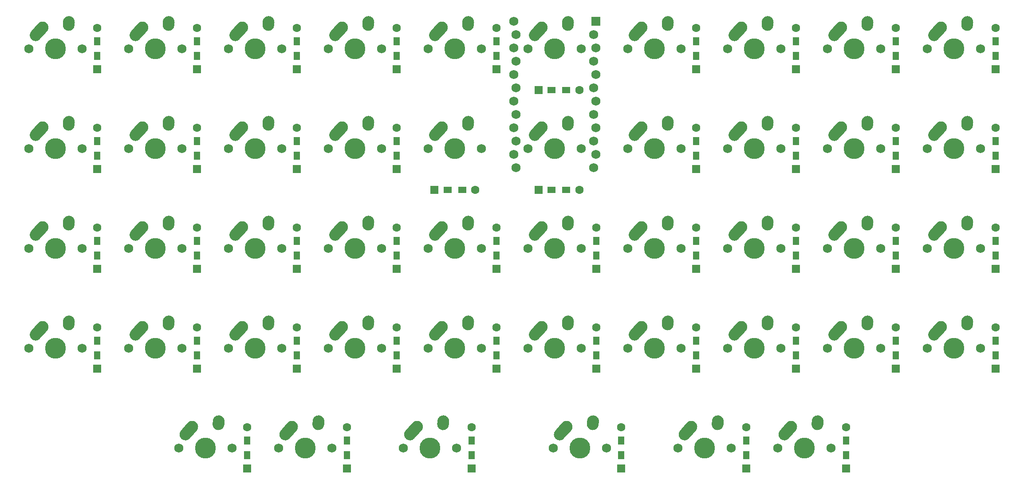
<source format=gbs>
G04 #@! TF.GenerationSoftware,KiCad,Pcbnew,(5.1.12)-1*
G04 #@! TF.CreationDate,2022-09-08T23:58:54-04:00*
G04 #@! TF.ProjectId,my-keeb-pro-micro,6d792d6b-6565-4622-9d70-726f2d6d6963,rev?*
G04 #@! TF.SameCoordinates,Original*
G04 #@! TF.FileFunction,Soldermask,Bot*
G04 #@! TF.FilePolarity,Negative*
%FSLAX46Y46*%
G04 Gerber Fmt 4.6, Leading zero omitted, Abs format (unit mm)*
G04 Created by KiCad (PCBNEW (5.1.12)-1) date 2022-09-08 23:58:54*
%MOMM*%
%LPD*%
G01*
G04 APERTURE LIST*
%ADD10R,1.600000X1.600000*%
%ADD11C,1.600000*%
%ADD12R,1.200000X1.600000*%
%ADD13C,2.250000*%
%ADD14C,3.987800*%
%ADD15C,1.750000*%
%ADD16R,1.752600X1.752600*%
%ADD17C,1.752600*%
%ADD18R,1.600000X1.200000*%
G04 APERTURE END LIST*
D10*
X201612500Y-83275000D03*
D11*
X201612500Y-75475000D03*
D12*
X201612500Y-80775000D03*
X201612500Y-77975000D03*
G36*
G01*
X119898483Y-37897395D02*
X119897597Y-37897334D01*
G75*
G02*
X118852666Y-36697597I77403J1122334D01*
G01*
X118892666Y-36117597D01*
G75*
G02*
X120092403Y-35072666I1122334J-77403D01*
G01*
X120092403Y-35072666D01*
G75*
G02*
X121137334Y-36272403I-77403J-1122334D01*
G01*
X121097334Y-36852403D01*
G75*
G02*
X119897597Y-37897334I-1122334J77403D01*
G01*
G37*
D13*
X120015000Y-36195000D03*
G36*
G01*
X112913688Y-39572350D02*
X112913683Y-39572345D01*
G75*
G02*
X112827655Y-37983683I751317J837345D01*
G01*
X114137657Y-36523683D01*
G75*
G02*
X115726319Y-36437655I837345J-751317D01*
G01*
X115726319Y-36437655D01*
G75*
G02*
X115812347Y-38026317I-751317J-837345D01*
G01*
X114502345Y-39486317D01*
G75*
G02*
X112913683Y-39572345I-837345J751317D01*
G01*
G37*
D14*
X117475000Y-41275000D03*
D13*
X114975000Y-37275000D03*
D15*
X112395000Y-41275000D03*
X122555000Y-41275000D03*
G36*
G01*
X124660983Y-95047395D02*
X124660097Y-95047334D01*
G75*
G02*
X123615166Y-93847597I77403J1122334D01*
G01*
X123655166Y-93267597D01*
G75*
G02*
X124854903Y-92222666I1122334J-77403D01*
G01*
X124854903Y-92222666D01*
G75*
G02*
X125899834Y-93422403I-77403J-1122334D01*
G01*
X125859834Y-94002403D01*
G75*
G02*
X124660097Y-95047334I-1122334J77403D01*
G01*
G37*
D13*
X124777500Y-93345000D03*
G36*
G01*
X117676188Y-96722350D02*
X117676183Y-96722345D01*
G75*
G02*
X117590155Y-95133683I751317J837345D01*
G01*
X118900157Y-93673683D01*
G75*
G02*
X120488819Y-93587655I837345J-751317D01*
G01*
X120488819Y-93587655D01*
G75*
G02*
X120574847Y-95176317I-751317J-837345D01*
G01*
X119264845Y-96636317D01*
G75*
G02*
X117676183Y-96722345I-837345J751317D01*
G01*
G37*
D14*
X122237500Y-98425000D03*
D13*
X119737500Y-94425000D03*
D15*
X117157500Y-98425000D03*
X127317500Y-98425000D03*
D16*
X125323600Y-16986250D03*
D17*
X124866400Y-19526250D03*
X125323600Y-22066250D03*
X124866400Y-24606250D03*
X125323600Y-27146250D03*
X124866400Y-29686250D03*
X125323600Y-32226250D03*
X124866400Y-34766250D03*
X125323600Y-37306250D03*
X124866400Y-39846250D03*
X125323600Y-42386250D03*
X110083600Y-44926250D03*
X109626400Y-42386250D03*
X110083600Y-39846250D03*
X109626400Y-37306250D03*
X110083600Y-34766250D03*
X109626400Y-32226250D03*
X110083600Y-29686250D03*
X109626400Y-27146250D03*
X110083600Y-24606250D03*
X109626400Y-22066250D03*
X110083600Y-19526250D03*
X124866400Y-44926250D03*
X109626400Y-16986250D03*
G36*
G01*
X196098483Y-75997395D02*
X196097597Y-75997334D01*
G75*
G02*
X195052666Y-74797597I77403J1122334D01*
G01*
X195092666Y-74217597D01*
G75*
G02*
X196292403Y-73172666I1122334J-77403D01*
G01*
X196292403Y-73172666D01*
G75*
G02*
X197337334Y-74372403I-77403J-1122334D01*
G01*
X197297334Y-74952403D01*
G75*
G02*
X196097597Y-75997334I-1122334J77403D01*
G01*
G37*
D13*
X196215000Y-74295000D03*
G36*
G01*
X189113688Y-77672350D02*
X189113683Y-77672345D01*
G75*
G02*
X189027655Y-76083683I751317J837345D01*
G01*
X190337657Y-74623683D01*
G75*
G02*
X191926319Y-74537655I837345J-751317D01*
G01*
X191926319Y-74537655D01*
G75*
G02*
X192012347Y-76126317I-751317J-837345D01*
G01*
X190702345Y-77586317D01*
G75*
G02*
X189113683Y-77672345I-837345J751317D01*
G01*
G37*
D14*
X193675000Y-79375000D03*
D13*
X191175000Y-75375000D03*
D15*
X188595000Y-79375000D03*
X198755000Y-79375000D03*
G36*
G01*
X196098483Y-56947395D02*
X196097597Y-56947334D01*
G75*
G02*
X195052666Y-55747597I77403J1122334D01*
G01*
X195092666Y-55167597D01*
G75*
G02*
X196292403Y-54122666I1122334J-77403D01*
G01*
X196292403Y-54122666D01*
G75*
G02*
X197337334Y-55322403I-77403J-1122334D01*
G01*
X197297334Y-55902403D01*
G75*
G02*
X196097597Y-56947334I-1122334J77403D01*
G01*
G37*
D13*
X196215000Y-55245000D03*
G36*
G01*
X189113688Y-58622350D02*
X189113683Y-58622345D01*
G75*
G02*
X189027655Y-57033683I751317J837345D01*
G01*
X190337657Y-55573683D01*
G75*
G02*
X191926319Y-55487655I837345J-751317D01*
G01*
X191926319Y-55487655D01*
G75*
G02*
X192012347Y-57076317I-751317J-837345D01*
G01*
X190702345Y-58536317D01*
G75*
G02*
X189113683Y-58622345I-837345J751317D01*
G01*
G37*
D14*
X193675000Y-60325000D03*
D13*
X191175000Y-56325000D03*
D15*
X188595000Y-60325000D03*
X198755000Y-60325000D03*
G36*
G01*
X196098483Y-37897395D02*
X196097597Y-37897334D01*
G75*
G02*
X195052666Y-36697597I77403J1122334D01*
G01*
X195092666Y-36117597D01*
G75*
G02*
X196292403Y-35072666I1122334J-77403D01*
G01*
X196292403Y-35072666D01*
G75*
G02*
X197337334Y-36272403I-77403J-1122334D01*
G01*
X197297334Y-36852403D01*
G75*
G02*
X196097597Y-37897334I-1122334J77403D01*
G01*
G37*
D13*
X196215000Y-36195000D03*
G36*
G01*
X189113688Y-39572350D02*
X189113683Y-39572345D01*
G75*
G02*
X189027655Y-37983683I751317J837345D01*
G01*
X190337657Y-36523683D01*
G75*
G02*
X191926319Y-36437655I837345J-751317D01*
G01*
X191926319Y-36437655D01*
G75*
G02*
X192012347Y-38026317I-751317J-837345D01*
G01*
X190702345Y-39486317D01*
G75*
G02*
X189113683Y-39572345I-837345J751317D01*
G01*
G37*
D14*
X193675000Y-41275000D03*
D13*
X191175000Y-37275000D03*
D15*
X188595000Y-41275000D03*
X198755000Y-41275000D03*
G36*
G01*
X196098483Y-18847395D02*
X196097597Y-18847334D01*
G75*
G02*
X195052666Y-17647597I77403J1122334D01*
G01*
X195092666Y-17067597D01*
G75*
G02*
X196292403Y-16022666I1122334J-77403D01*
G01*
X196292403Y-16022666D01*
G75*
G02*
X197337334Y-17222403I-77403J-1122334D01*
G01*
X197297334Y-17802403D01*
G75*
G02*
X196097597Y-18847334I-1122334J77403D01*
G01*
G37*
D13*
X196215000Y-17145000D03*
G36*
G01*
X189113688Y-20522350D02*
X189113683Y-20522345D01*
G75*
G02*
X189027655Y-18933683I751317J837345D01*
G01*
X190337657Y-17473683D01*
G75*
G02*
X191926319Y-17387655I837345J-751317D01*
G01*
X191926319Y-17387655D01*
G75*
G02*
X192012347Y-18976317I-751317J-837345D01*
G01*
X190702345Y-20436317D01*
G75*
G02*
X189113683Y-20522345I-837345J751317D01*
G01*
G37*
D14*
X193675000Y-22225000D03*
D13*
X191175000Y-18225000D03*
D15*
X188595000Y-22225000D03*
X198755000Y-22225000D03*
G36*
G01*
X177048483Y-75997395D02*
X177047597Y-75997334D01*
G75*
G02*
X176002666Y-74797597I77403J1122334D01*
G01*
X176042666Y-74217597D01*
G75*
G02*
X177242403Y-73172666I1122334J-77403D01*
G01*
X177242403Y-73172666D01*
G75*
G02*
X178287334Y-74372403I-77403J-1122334D01*
G01*
X178247334Y-74952403D01*
G75*
G02*
X177047597Y-75997334I-1122334J77403D01*
G01*
G37*
D13*
X177165000Y-74295000D03*
G36*
G01*
X170063688Y-77672350D02*
X170063683Y-77672345D01*
G75*
G02*
X169977655Y-76083683I751317J837345D01*
G01*
X171287657Y-74623683D01*
G75*
G02*
X172876319Y-74537655I837345J-751317D01*
G01*
X172876319Y-74537655D01*
G75*
G02*
X172962347Y-76126317I-751317J-837345D01*
G01*
X171652345Y-77586317D01*
G75*
G02*
X170063683Y-77672345I-837345J751317D01*
G01*
G37*
D14*
X174625000Y-79375000D03*
D13*
X172125000Y-75375000D03*
D15*
X169545000Y-79375000D03*
X179705000Y-79375000D03*
G36*
G01*
X177048483Y-56947395D02*
X177047597Y-56947334D01*
G75*
G02*
X176002666Y-55747597I77403J1122334D01*
G01*
X176042666Y-55167597D01*
G75*
G02*
X177242403Y-54122666I1122334J-77403D01*
G01*
X177242403Y-54122666D01*
G75*
G02*
X178287334Y-55322403I-77403J-1122334D01*
G01*
X178247334Y-55902403D01*
G75*
G02*
X177047597Y-56947334I-1122334J77403D01*
G01*
G37*
D13*
X177165000Y-55245000D03*
G36*
G01*
X170063688Y-58622350D02*
X170063683Y-58622345D01*
G75*
G02*
X169977655Y-57033683I751317J837345D01*
G01*
X171287657Y-55573683D01*
G75*
G02*
X172876319Y-55487655I837345J-751317D01*
G01*
X172876319Y-55487655D01*
G75*
G02*
X172962347Y-57076317I-751317J-837345D01*
G01*
X171652345Y-58536317D01*
G75*
G02*
X170063683Y-58622345I-837345J751317D01*
G01*
G37*
D14*
X174625000Y-60325000D03*
D13*
X172125000Y-56325000D03*
D15*
X169545000Y-60325000D03*
X179705000Y-60325000D03*
G36*
G01*
X177048483Y-37897395D02*
X177047597Y-37897334D01*
G75*
G02*
X176002666Y-36697597I77403J1122334D01*
G01*
X176042666Y-36117597D01*
G75*
G02*
X177242403Y-35072666I1122334J-77403D01*
G01*
X177242403Y-35072666D01*
G75*
G02*
X178287334Y-36272403I-77403J-1122334D01*
G01*
X178247334Y-36852403D01*
G75*
G02*
X177047597Y-37897334I-1122334J77403D01*
G01*
G37*
D13*
X177165000Y-36195000D03*
G36*
G01*
X170063688Y-39572350D02*
X170063683Y-39572345D01*
G75*
G02*
X169977655Y-37983683I751317J837345D01*
G01*
X171287657Y-36523683D01*
G75*
G02*
X172876319Y-36437655I837345J-751317D01*
G01*
X172876319Y-36437655D01*
G75*
G02*
X172962347Y-38026317I-751317J-837345D01*
G01*
X171652345Y-39486317D01*
G75*
G02*
X170063683Y-39572345I-837345J751317D01*
G01*
G37*
D14*
X174625000Y-41275000D03*
D13*
X172125000Y-37275000D03*
D15*
X169545000Y-41275000D03*
X179705000Y-41275000D03*
G36*
G01*
X177048483Y-18847395D02*
X177047597Y-18847334D01*
G75*
G02*
X176002666Y-17647597I77403J1122334D01*
G01*
X176042666Y-17067597D01*
G75*
G02*
X177242403Y-16022666I1122334J-77403D01*
G01*
X177242403Y-16022666D01*
G75*
G02*
X178287334Y-17222403I-77403J-1122334D01*
G01*
X178247334Y-17802403D01*
G75*
G02*
X177047597Y-18847334I-1122334J77403D01*
G01*
G37*
D13*
X177165000Y-17145000D03*
G36*
G01*
X170063688Y-20522350D02*
X170063683Y-20522345D01*
G75*
G02*
X169977655Y-18933683I751317J837345D01*
G01*
X171287657Y-17473683D01*
G75*
G02*
X172876319Y-17387655I837345J-751317D01*
G01*
X172876319Y-17387655D01*
G75*
G02*
X172962347Y-18976317I-751317J-837345D01*
G01*
X171652345Y-20436317D01*
G75*
G02*
X170063683Y-20522345I-837345J751317D01*
G01*
G37*
D14*
X174625000Y-22225000D03*
D13*
X172125000Y-18225000D03*
D15*
X169545000Y-22225000D03*
X179705000Y-22225000D03*
G36*
G01*
X167523483Y-95047395D02*
X167522597Y-95047334D01*
G75*
G02*
X166477666Y-93847597I77403J1122334D01*
G01*
X166517666Y-93267597D01*
G75*
G02*
X167717403Y-92222666I1122334J-77403D01*
G01*
X167717403Y-92222666D01*
G75*
G02*
X168762334Y-93422403I-77403J-1122334D01*
G01*
X168722334Y-94002403D01*
G75*
G02*
X167522597Y-95047334I-1122334J77403D01*
G01*
G37*
D13*
X167640000Y-93345000D03*
G36*
G01*
X160538688Y-96722350D02*
X160538683Y-96722345D01*
G75*
G02*
X160452655Y-95133683I751317J837345D01*
G01*
X161762657Y-93673683D01*
G75*
G02*
X163351319Y-93587655I837345J-751317D01*
G01*
X163351319Y-93587655D01*
G75*
G02*
X163437347Y-95176317I-751317J-837345D01*
G01*
X162127345Y-96636317D01*
G75*
G02*
X160538683Y-96722345I-837345J751317D01*
G01*
G37*
D14*
X165100000Y-98425000D03*
D13*
X162600000Y-94425000D03*
D15*
X160020000Y-98425000D03*
X170180000Y-98425000D03*
G36*
G01*
X157998483Y-75997395D02*
X157997597Y-75997334D01*
G75*
G02*
X156952666Y-74797597I77403J1122334D01*
G01*
X156992666Y-74217597D01*
G75*
G02*
X158192403Y-73172666I1122334J-77403D01*
G01*
X158192403Y-73172666D01*
G75*
G02*
X159237334Y-74372403I-77403J-1122334D01*
G01*
X159197334Y-74952403D01*
G75*
G02*
X157997597Y-75997334I-1122334J77403D01*
G01*
G37*
D13*
X158115000Y-74295000D03*
G36*
G01*
X151013688Y-77672350D02*
X151013683Y-77672345D01*
G75*
G02*
X150927655Y-76083683I751317J837345D01*
G01*
X152237657Y-74623683D01*
G75*
G02*
X153826319Y-74537655I837345J-751317D01*
G01*
X153826319Y-74537655D01*
G75*
G02*
X153912347Y-76126317I-751317J-837345D01*
G01*
X152602345Y-77586317D01*
G75*
G02*
X151013683Y-77672345I-837345J751317D01*
G01*
G37*
D14*
X155575000Y-79375000D03*
D13*
X153075000Y-75375000D03*
D15*
X150495000Y-79375000D03*
X160655000Y-79375000D03*
G36*
G01*
X157998483Y-56947395D02*
X157997597Y-56947334D01*
G75*
G02*
X156952666Y-55747597I77403J1122334D01*
G01*
X156992666Y-55167597D01*
G75*
G02*
X158192403Y-54122666I1122334J-77403D01*
G01*
X158192403Y-54122666D01*
G75*
G02*
X159237334Y-55322403I-77403J-1122334D01*
G01*
X159197334Y-55902403D01*
G75*
G02*
X157997597Y-56947334I-1122334J77403D01*
G01*
G37*
D13*
X158115000Y-55245000D03*
G36*
G01*
X151013688Y-58622350D02*
X151013683Y-58622345D01*
G75*
G02*
X150927655Y-57033683I751317J837345D01*
G01*
X152237657Y-55573683D01*
G75*
G02*
X153826319Y-55487655I837345J-751317D01*
G01*
X153826319Y-55487655D01*
G75*
G02*
X153912347Y-57076317I-751317J-837345D01*
G01*
X152602345Y-58536317D01*
G75*
G02*
X151013683Y-58622345I-837345J751317D01*
G01*
G37*
D14*
X155575000Y-60325000D03*
D13*
X153075000Y-56325000D03*
D15*
X150495000Y-60325000D03*
X160655000Y-60325000D03*
G36*
G01*
X157998483Y-37897395D02*
X157997597Y-37897334D01*
G75*
G02*
X156952666Y-36697597I77403J1122334D01*
G01*
X156992666Y-36117597D01*
G75*
G02*
X158192403Y-35072666I1122334J-77403D01*
G01*
X158192403Y-35072666D01*
G75*
G02*
X159237334Y-36272403I-77403J-1122334D01*
G01*
X159197334Y-36852403D01*
G75*
G02*
X157997597Y-37897334I-1122334J77403D01*
G01*
G37*
D13*
X158115000Y-36195000D03*
G36*
G01*
X151013688Y-39572350D02*
X151013683Y-39572345D01*
G75*
G02*
X150927655Y-37983683I751317J837345D01*
G01*
X152237657Y-36523683D01*
G75*
G02*
X153826319Y-36437655I837345J-751317D01*
G01*
X153826319Y-36437655D01*
G75*
G02*
X153912347Y-38026317I-751317J-837345D01*
G01*
X152602345Y-39486317D01*
G75*
G02*
X151013683Y-39572345I-837345J751317D01*
G01*
G37*
D14*
X155575000Y-41275000D03*
D13*
X153075000Y-37275000D03*
D15*
X150495000Y-41275000D03*
X160655000Y-41275000D03*
G36*
G01*
X157998483Y-18847395D02*
X157997597Y-18847334D01*
G75*
G02*
X156952666Y-17647597I77403J1122334D01*
G01*
X156992666Y-17067597D01*
G75*
G02*
X158192403Y-16022666I1122334J-77403D01*
G01*
X158192403Y-16022666D01*
G75*
G02*
X159237334Y-17222403I-77403J-1122334D01*
G01*
X159197334Y-17802403D01*
G75*
G02*
X157997597Y-18847334I-1122334J77403D01*
G01*
G37*
D13*
X158115000Y-17145000D03*
G36*
G01*
X151013688Y-20522350D02*
X151013683Y-20522345D01*
G75*
G02*
X150927655Y-18933683I751317J837345D01*
G01*
X152237657Y-17473683D01*
G75*
G02*
X153826319Y-17387655I837345J-751317D01*
G01*
X153826319Y-17387655D01*
G75*
G02*
X153912347Y-18976317I-751317J-837345D01*
G01*
X152602345Y-20436317D01*
G75*
G02*
X151013683Y-20522345I-837345J751317D01*
G01*
G37*
D14*
X155575000Y-22225000D03*
D13*
X153075000Y-18225000D03*
D15*
X150495000Y-22225000D03*
X160655000Y-22225000D03*
G36*
G01*
X148473483Y-95047395D02*
X148472597Y-95047334D01*
G75*
G02*
X147427666Y-93847597I77403J1122334D01*
G01*
X147467666Y-93267597D01*
G75*
G02*
X148667403Y-92222666I1122334J-77403D01*
G01*
X148667403Y-92222666D01*
G75*
G02*
X149712334Y-93422403I-77403J-1122334D01*
G01*
X149672334Y-94002403D01*
G75*
G02*
X148472597Y-95047334I-1122334J77403D01*
G01*
G37*
D13*
X148590000Y-93345000D03*
G36*
G01*
X141488688Y-96722350D02*
X141488683Y-96722345D01*
G75*
G02*
X141402655Y-95133683I751317J837345D01*
G01*
X142712657Y-93673683D01*
G75*
G02*
X144301319Y-93587655I837345J-751317D01*
G01*
X144301319Y-93587655D01*
G75*
G02*
X144387347Y-95176317I-751317J-837345D01*
G01*
X143077345Y-96636317D01*
G75*
G02*
X141488683Y-96722345I-837345J751317D01*
G01*
G37*
D14*
X146050000Y-98425000D03*
D13*
X143550000Y-94425000D03*
D15*
X140970000Y-98425000D03*
X151130000Y-98425000D03*
G36*
G01*
X138948483Y-75997395D02*
X138947597Y-75997334D01*
G75*
G02*
X137902666Y-74797597I77403J1122334D01*
G01*
X137942666Y-74217597D01*
G75*
G02*
X139142403Y-73172666I1122334J-77403D01*
G01*
X139142403Y-73172666D01*
G75*
G02*
X140187334Y-74372403I-77403J-1122334D01*
G01*
X140147334Y-74952403D01*
G75*
G02*
X138947597Y-75997334I-1122334J77403D01*
G01*
G37*
D13*
X139065000Y-74295000D03*
G36*
G01*
X131963688Y-77672350D02*
X131963683Y-77672345D01*
G75*
G02*
X131877655Y-76083683I751317J837345D01*
G01*
X133187657Y-74623683D01*
G75*
G02*
X134776319Y-74537655I837345J-751317D01*
G01*
X134776319Y-74537655D01*
G75*
G02*
X134862347Y-76126317I-751317J-837345D01*
G01*
X133552345Y-77586317D01*
G75*
G02*
X131963683Y-77672345I-837345J751317D01*
G01*
G37*
D14*
X136525000Y-79375000D03*
D13*
X134025000Y-75375000D03*
D15*
X131445000Y-79375000D03*
X141605000Y-79375000D03*
G36*
G01*
X138948483Y-56947395D02*
X138947597Y-56947334D01*
G75*
G02*
X137902666Y-55747597I77403J1122334D01*
G01*
X137942666Y-55167597D01*
G75*
G02*
X139142403Y-54122666I1122334J-77403D01*
G01*
X139142403Y-54122666D01*
G75*
G02*
X140187334Y-55322403I-77403J-1122334D01*
G01*
X140147334Y-55902403D01*
G75*
G02*
X138947597Y-56947334I-1122334J77403D01*
G01*
G37*
D13*
X139065000Y-55245000D03*
G36*
G01*
X131963688Y-58622350D02*
X131963683Y-58622345D01*
G75*
G02*
X131877655Y-57033683I751317J837345D01*
G01*
X133187657Y-55573683D01*
G75*
G02*
X134776319Y-55487655I837345J-751317D01*
G01*
X134776319Y-55487655D01*
G75*
G02*
X134862347Y-57076317I-751317J-837345D01*
G01*
X133552345Y-58536317D01*
G75*
G02*
X131963683Y-58622345I-837345J751317D01*
G01*
G37*
D14*
X136525000Y-60325000D03*
D13*
X134025000Y-56325000D03*
D15*
X131445000Y-60325000D03*
X141605000Y-60325000D03*
G36*
G01*
X138948483Y-37897395D02*
X138947597Y-37897334D01*
G75*
G02*
X137902666Y-36697597I77403J1122334D01*
G01*
X137942666Y-36117597D01*
G75*
G02*
X139142403Y-35072666I1122334J-77403D01*
G01*
X139142403Y-35072666D01*
G75*
G02*
X140187334Y-36272403I-77403J-1122334D01*
G01*
X140147334Y-36852403D01*
G75*
G02*
X138947597Y-37897334I-1122334J77403D01*
G01*
G37*
D13*
X139065000Y-36195000D03*
G36*
G01*
X131963688Y-39572350D02*
X131963683Y-39572345D01*
G75*
G02*
X131877655Y-37983683I751317J837345D01*
G01*
X133187657Y-36523683D01*
G75*
G02*
X134776319Y-36437655I837345J-751317D01*
G01*
X134776319Y-36437655D01*
G75*
G02*
X134862347Y-38026317I-751317J-837345D01*
G01*
X133552345Y-39486317D01*
G75*
G02*
X131963683Y-39572345I-837345J751317D01*
G01*
G37*
D14*
X136525000Y-41275000D03*
D13*
X134025000Y-37275000D03*
D15*
X131445000Y-41275000D03*
X141605000Y-41275000D03*
G36*
G01*
X138948483Y-18847395D02*
X138947597Y-18847334D01*
G75*
G02*
X137902666Y-17647597I77403J1122334D01*
G01*
X137942666Y-17067597D01*
G75*
G02*
X139142403Y-16022666I1122334J-77403D01*
G01*
X139142403Y-16022666D01*
G75*
G02*
X140187334Y-17222403I-77403J-1122334D01*
G01*
X140147334Y-17802403D01*
G75*
G02*
X138947597Y-18847334I-1122334J77403D01*
G01*
G37*
D13*
X139065000Y-17145000D03*
G36*
G01*
X131963688Y-20522350D02*
X131963683Y-20522345D01*
G75*
G02*
X131877655Y-18933683I751317J837345D01*
G01*
X133187657Y-17473683D01*
G75*
G02*
X134776319Y-17387655I837345J-751317D01*
G01*
X134776319Y-17387655D01*
G75*
G02*
X134862347Y-18976317I-751317J-837345D01*
G01*
X133552345Y-20436317D01*
G75*
G02*
X131963683Y-20522345I-837345J751317D01*
G01*
G37*
D14*
X136525000Y-22225000D03*
D13*
X134025000Y-18225000D03*
D15*
X131445000Y-22225000D03*
X141605000Y-22225000D03*
G36*
G01*
X119898483Y-75997395D02*
X119897597Y-75997334D01*
G75*
G02*
X118852666Y-74797597I77403J1122334D01*
G01*
X118892666Y-74217597D01*
G75*
G02*
X120092403Y-73172666I1122334J-77403D01*
G01*
X120092403Y-73172666D01*
G75*
G02*
X121137334Y-74372403I-77403J-1122334D01*
G01*
X121097334Y-74952403D01*
G75*
G02*
X119897597Y-75997334I-1122334J77403D01*
G01*
G37*
D13*
X120015000Y-74295000D03*
G36*
G01*
X112913688Y-77672350D02*
X112913683Y-77672345D01*
G75*
G02*
X112827655Y-76083683I751317J837345D01*
G01*
X114137657Y-74623683D01*
G75*
G02*
X115726319Y-74537655I837345J-751317D01*
G01*
X115726319Y-74537655D01*
G75*
G02*
X115812347Y-76126317I-751317J-837345D01*
G01*
X114502345Y-77586317D01*
G75*
G02*
X112913683Y-77672345I-837345J751317D01*
G01*
G37*
D14*
X117475000Y-79375000D03*
D13*
X114975000Y-75375000D03*
D15*
X112395000Y-79375000D03*
X122555000Y-79375000D03*
G36*
G01*
X119898483Y-56947395D02*
X119897597Y-56947334D01*
G75*
G02*
X118852666Y-55747597I77403J1122334D01*
G01*
X118892666Y-55167597D01*
G75*
G02*
X120092403Y-54122666I1122334J-77403D01*
G01*
X120092403Y-54122666D01*
G75*
G02*
X121137334Y-55322403I-77403J-1122334D01*
G01*
X121097334Y-55902403D01*
G75*
G02*
X119897597Y-56947334I-1122334J77403D01*
G01*
G37*
D13*
X120015000Y-55245000D03*
G36*
G01*
X112913688Y-58622350D02*
X112913683Y-58622345D01*
G75*
G02*
X112827655Y-57033683I751317J837345D01*
G01*
X114137657Y-55573683D01*
G75*
G02*
X115726319Y-55487655I837345J-751317D01*
G01*
X115726319Y-55487655D01*
G75*
G02*
X115812347Y-57076317I-751317J-837345D01*
G01*
X114502345Y-58536317D01*
G75*
G02*
X112913683Y-58622345I-837345J751317D01*
G01*
G37*
D14*
X117475000Y-60325000D03*
D13*
X114975000Y-56325000D03*
D15*
X112395000Y-60325000D03*
X122555000Y-60325000D03*
G36*
G01*
X119898483Y-18847395D02*
X119897597Y-18847334D01*
G75*
G02*
X118852666Y-17647597I77403J1122334D01*
G01*
X118892666Y-17067597D01*
G75*
G02*
X120092403Y-16022666I1122334J-77403D01*
G01*
X120092403Y-16022666D01*
G75*
G02*
X121137334Y-17222403I-77403J-1122334D01*
G01*
X121097334Y-17802403D01*
G75*
G02*
X119897597Y-18847334I-1122334J77403D01*
G01*
G37*
D13*
X120015000Y-17145000D03*
G36*
G01*
X112913688Y-20522350D02*
X112913683Y-20522345D01*
G75*
G02*
X112827655Y-18933683I751317J837345D01*
G01*
X114137657Y-17473683D01*
G75*
G02*
X115726319Y-17387655I837345J-751317D01*
G01*
X115726319Y-17387655D01*
G75*
G02*
X115812347Y-18976317I-751317J-837345D01*
G01*
X114502345Y-20436317D01*
G75*
G02*
X112913683Y-20522345I-837345J751317D01*
G01*
G37*
D14*
X117475000Y-22225000D03*
D13*
X114975000Y-18225000D03*
D15*
X112395000Y-22225000D03*
X122555000Y-22225000D03*
G36*
G01*
X96085983Y-95047395D02*
X96085097Y-95047334D01*
G75*
G02*
X95040166Y-93847597I77403J1122334D01*
G01*
X95080166Y-93267597D01*
G75*
G02*
X96279903Y-92222666I1122334J-77403D01*
G01*
X96279903Y-92222666D01*
G75*
G02*
X97324834Y-93422403I-77403J-1122334D01*
G01*
X97284834Y-94002403D01*
G75*
G02*
X96085097Y-95047334I-1122334J77403D01*
G01*
G37*
D13*
X96202500Y-93345000D03*
G36*
G01*
X89101188Y-96722350D02*
X89101183Y-96722345D01*
G75*
G02*
X89015155Y-95133683I751317J837345D01*
G01*
X90325157Y-93673683D01*
G75*
G02*
X91913819Y-93587655I837345J-751317D01*
G01*
X91913819Y-93587655D01*
G75*
G02*
X91999847Y-95176317I-751317J-837345D01*
G01*
X90689845Y-96636317D01*
G75*
G02*
X89101183Y-96722345I-837345J751317D01*
G01*
G37*
D14*
X93662500Y-98425000D03*
D13*
X91162500Y-94425000D03*
D15*
X88582500Y-98425000D03*
X98742500Y-98425000D03*
G36*
G01*
X100848483Y-75997395D02*
X100847597Y-75997334D01*
G75*
G02*
X99802666Y-74797597I77403J1122334D01*
G01*
X99842666Y-74217597D01*
G75*
G02*
X101042403Y-73172666I1122334J-77403D01*
G01*
X101042403Y-73172666D01*
G75*
G02*
X102087334Y-74372403I-77403J-1122334D01*
G01*
X102047334Y-74952403D01*
G75*
G02*
X100847597Y-75997334I-1122334J77403D01*
G01*
G37*
D13*
X100965000Y-74295000D03*
G36*
G01*
X93863688Y-77672350D02*
X93863683Y-77672345D01*
G75*
G02*
X93777655Y-76083683I751317J837345D01*
G01*
X95087657Y-74623683D01*
G75*
G02*
X96676319Y-74537655I837345J-751317D01*
G01*
X96676319Y-74537655D01*
G75*
G02*
X96762347Y-76126317I-751317J-837345D01*
G01*
X95452345Y-77586317D01*
G75*
G02*
X93863683Y-77672345I-837345J751317D01*
G01*
G37*
D14*
X98425000Y-79375000D03*
D13*
X95925000Y-75375000D03*
D15*
X93345000Y-79375000D03*
X103505000Y-79375000D03*
G36*
G01*
X100848483Y-56947395D02*
X100847597Y-56947334D01*
G75*
G02*
X99802666Y-55747597I77403J1122334D01*
G01*
X99842666Y-55167597D01*
G75*
G02*
X101042403Y-54122666I1122334J-77403D01*
G01*
X101042403Y-54122666D01*
G75*
G02*
X102087334Y-55322403I-77403J-1122334D01*
G01*
X102047334Y-55902403D01*
G75*
G02*
X100847597Y-56947334I-1122334J77403D01*
G01*
G37*
D13*
X100965000Y-55245000D03*
G36*
G01*
X93863688Y-58622350D02*
X93863683Y-58622345D01*
G75*
G02*
X93777655Y-57033683I751317J837345D01*
G01*
X95087657Y-55573683D01*
G75*
G02*
X96676319Y-55487655I837345J-751317D01*
G01*
X96676319Y-55487655D01*
G75*
G02*
X96762347Y-57076317I-751317J-837345D01*
G01*
X95452345Y-58536317D01*
G75*
G02*
X93863683Y-58622345I-837345J751317D01*
G01*
G37*
D14*
X98425000Y-60325000D03*
D13*
X95925000Y-56325000D03*
D15*
X93345000Y-60325000D03*
X103505000Y-60325000D03*
G36*
G01*
X100848483Y-37897395D02*
X100847597Y-37897334D01*
G75*
G02*
X99802666Y-36697597I77403J1122334D01*
G01*
X99842666Y-36117597D01*
G75*
G02*
X101042403Y-35072666I1122334J-77403D01*
G01*
X101042403Y-35072666D01*
G75*
G02*
X102087334Y-36272403I-77403J-1122334D01*
G01*
X102047334Y-36852403D01*
G75*
G02*
X100847597Y-37897334I-1122334J77403D01*
G01*
G37*
D13*
X100965000Y-36195000D03*
G36*
G01*
X93863688Y-39572350D02*
X93863683Y-39572345D01*
G75*
G02*
X93777655Y-37983683I751317J837345D01*
G01*
X95087657Y-36523683D01*
G75*
G02*
X96676319Y-36437655I837345J-751317D01*
G01*
X96676319Y-36437655D01*
G75*
G02*
X96762347Y-38026317I-751317J-837345D01*
G01*
X95452345Y-39486317D01*
G75*
G02*
X93863683Y-39572345I-837345J751317D01*
G01*
G37*
D14*
X98425000Y-41275000D03*
D13*
X95925000Y-37275000D03*
D15*
X93345000Y-41275000D03*
X103505000Y-41275000D03*
G36*
G01*
X100848483Y-18847395D02*
X100847597Y-18847334D01*
G75*
G02*
X99802666Y-17647597I77403J1122334D01*
G01*
X99842666Y-17067597D01*
G75*
G02*
X101042403Y-16022666I1122334J-77403D01*
G01*
X101042403Y-16022666D01*
G75*
G02*
X102087334Y-17222403I-77403J-1122334D01*
G01*
X102047334Y-17802403D01*
G75*
G02*
X100847597Y-18847334I-1122334J77403D01*
G01*
G37*
D13*
X100965000Y-17145000D03*
G36*
G01*
X93863688Y-20522350D02*
X93863683Y-20522345D01*
G75*
G02*
X93777655Y-18933683I751317J837345D01*
G01*
X95087657Y-17473683D01*
G75*
G02*
X96676319Y-17387655I837345J-751317D01*
G01*
X96676319Y-17387655D01*
G75*
G02*
X96762347Y-18976317I-751317J-837345D01*
G01*
X95452345Y-20436317D01*
G75*
G02*
X93863683Y-20522345I-837345J751317D01*
G01*
G37*
D14*
X98425000Y-22225000D03*
D13*
X95925000Y-18225000D03*
D15*
X93345000Y-22225000D03*
X103505000Y-22225000D03*
G36*
G01*
X72273483Y-95047395D02*
X72272597Y-95047334D01*
G75*
G02*
X71227666Y-93847597I77403J1122334D01*
G01*
X71267666Y-93267597D01*
G75*
G02*
X72467403Y-92222666I1122334J-77403D01*
G01*
X72467403Y-92222666D01*
G75*
G02*
X73512334Y-93422403I-77403J-1122334D01*
G01*
X73472334Y-94002403D01*
G75*
G02*
X72272597Y-95047334I-1122334J77403D01*
G01*
G37*
D13*
X72390000Y-93345000D03*
G36*
G01*
X65288688Y-96722350D02*
X65288683Y-96722345D01*
G75*
G02*
X65202655Y-95133683I751317J837345D01*
G01*
X66512657Y-93673683D01*
G75*
G02*
X68101319Y-93587655I837345J-751317D01*
G01*
X68101319Y-93587655D01*
G75*
G02*
X68187347Y-95176317I-751317J-837345D01*
G01*
X66877345Y-96636317D01*
G75*
G02*
X65288683Y-96722345I-837345J751317D01*
G01*
G37*
D14*
X69850000Y-98425000D03*
D13*
X67350000Y-94425000D03*
D15*
X64770000Y-98425000D03*
X74930000Y-98425000D03*
G36*
G01*
X81798483Y-75997395D02*
X81797597Y-75997334D01*
G75*
G02*
X80752666Y-74797597I77403J1122334D01*
G01*
X80792666Y-74217597D01*
G75*
G02*
X81992403Y-73172666I1122334J-77403D01*
G01*
X81992403Y-73172666D01*
G75*
G02*
X83037334Y-74372403I-77403J-1122334D01*
G01*
X82997334Y-74952403D01*
G75*
G02*
X81797597Y-75997334I-1122334J77403D01*
G01*
G37*
D13*
X81915000Y-74295000D03*
G36*
G01*
X74813688Y-77672350D02*
X74813683Y-77672345D01*
G75*
G02*
X74727655Y-76083683I751317J837345D01*
G01*
X76037657Y-74623683D01*
G75*
G02*
X77626319Y-74537655I837345J-751317D01*
G01*
X77626319Y-74537655D01*
G75*
G02*
X77712347Y-76126317I-751317J-837345D01*
G01*
X76402345Y-77586317D01*
G75*
G02*
X74813683Y-77672345I-837345J751317D01*
G01*
G37*
D14*
X79375000Y-79375000D03*
D13*
X76875000Y-75375000D03*
D15*
X74295000Y-79375000D03*
X84455000Y-79375000D03*
G36*
G01*
X81798483Y-56947395D02*
X81797597Y-56947334D01*
G75*
G02*
X80752666Y-55747597I77403J1122334D01*
G01*
X80792666Y-55167597D01*
G75*
G02*
X81992403Y-54122666I1122334J-77403D01*
G01*
X81992403Y-54122666D01*
G75*
G02*
X83037334Y-55322403I-77403J-1122334D01*
G01*
X82997334Y-55902403D01*
G75*
G02*
X81797597Y-56947334I-1122334J77403D01*
G01*
G37*
D13*
X81915000Y-55245000D03*
G36*
G01*
X74813688Y-58622350D02*
X74813683Y-58622345D01*
G75*
G02*
X74727655Y-57033683I751317J837345D01*
G01*
X76037657Y-55573683D01*
G75*
G02*
X77626319Y-55487655I837345J-751317D01*
G01*
X77626319Y-55487655D01*
G75*
G02*
X77712347Y-57076317I-751317J-837345D01*
G01*
X76402345Y-58536317D01*
G75*
G02*
X74813683Y-58622345I-837345J751317D01*
G01*
G37*
D14*
X79375000Y-60325000D03*
D13*
X76875000Y-56325000D03*
D15*
X74295000Y-60325000D03*
X84455000Y-60325000D03*
G36*
G01*
X81798483Y-37897395D02*
X81797597Y-37897334D01*
G75*
G02*
X80752666Y-36697597I77403J1122334D01*
G01*
X80792666Y-36117597D01*
G75*
G02*
X81992403Y-35072666I1122334J-77403D01*
G01*
X81992403Y-35072666D01*
G75*
G02*
X83037334Y-36272403I-77403J-1122334D01*
G01*
X82997334Y-36852403D01*
G75*
G02*
X81797597Y-37897334I-1122334J77403D01*
G01*
G37*
D13*
X81915000Y-36195000D03*
G36*
G01*
X74813688Y-39572350D02*
X74813683Y-39572345D01*
G75*
G02*
X74727655Y-37983683I751317J837345D01*
G01*
X76037657Y-36523683D01*
G75*
G02*
X77626319Y-36437655I837345J-751317D01*
G01*
X77626319Y-36437655D01*
G75*
G02*
X77712347Y-38026317I-751317J-837345D01*
G01*
X76402345Y-39486317D01*
G75*
G02*
X74813683Y-39572345I-837345J751317D01*
G01*
G37*
D14*
X79375000Y-41275000D03*
D13*
X76875000Y-37275000D03*
D15*
X74295000Y-41275000D03*
X84455000Y-41275000D03*
G36*
G01*
X81798483Y-18847395D02*
X81797597Y-18847334D01*
G75*
G02*
X80752666Y-17647597I77403J1122334D01*
G01*
X80792666Y-17067597D01*
G75*
G02*
X81992403Y-16022666I1122334J-77403D01*
G01*
X81992403Y-16022666D01*
G75*
G02*
X83037334Y-17222403I-77403J-1122334D01*
G01*
X82997334Y-17802403D01*
G75*
G02*
X81797597Y-18847334I-1122334J77403D01*
G01*
G37*
D13*
X81915000Y-17145000D03*
G36*
G01*
X74813688Y-20522350D02*
X74813683Y-20522345D01*
G75*
G02*
X74727655Y-18933683I751317J837345D01*
G01*
X76037657Y-17473683D01*
G75*
G02*
X77626319Y-17387655I837345J-751317D01*
G01*
X77626319Y-17387655D01*
G75*
G02*
X77712347Y-18976317I-751317J-837345D01*
G01*
X76402345Y-20436317D01*
G75*
G02*
X74813683Y-20522345I-837345J751317D01*
G01*
G37*
D14*
X79375000Y-22225000D03*
D13*
X76875000Y-18225000D03*
D15*
X74295000Y-22225000D03*
X84455000Y-22225000D03*
G36*
G01*
X53223483Y-95047395D02*
X53222597Y-95047334D01*
G75*
G02*
X52177666Y-93847597I77403J1122334D01*
G01*
X52217666Y-93267597D01*
G75*
G02*
X53417403Y-92222666I1122334J-77403D01*
G01*
X53417403Y-92222666D01*
G75*
G02*
X54462334Y-93422403I-77403J-1122334D01*
G01*
X54422334Y-94002403D01*
G75*
G02*
X53222597Y-95047334I-1122334J77403D01*
G01*
G37*
D13*
X53340000Y-93345000D03*
G36*
G01*
X46238688Y-96722350D02*
X46238683Y-96722345D01*
G75*
G02*
X46152655Y-95133683I751317J837345D01*
G01*
X47462657Y-93673683D01*
G75*
G02*
X49051319Y-93587655I837345J-751317D01*
G01*
X49051319Y-93587655D01*
G75*
G02*
X49137347Y-95176317I-751317J-837345D01*
G01*
X47827345Y-96636317D01*
G75*
G02*
X46238683Y-96722345I-837345J751317D01*
G01*
G37*
D14*
X50800000Y-98425000D03*
D13*
X48300000Y-94425000D03*
D15*
X45720000Y-98425000D03*
X55880000Y-98425000D03*
G36*
G01*
X62748483Y-75997395D02*
X62747597Y-75997334D01*
G75*
G02*
X61702666Y-74797597I77403J1122334D01*
G01*
X61742666Y-74217597D01*
G75*
G02*
X62942403Y-73172666I1122334J-77403D01*
G01*
X62942403Y-73172666D01*
G75*
G02*
X63987334Y-74372403I-77403J-1122334D01*
G01*
X63947334Y-74952403D01*
G75*
G02*
X62747597Y-75997334I-1122334J77403D01*
G01*
G37*
D13*
X62865000Y-74295000D03*
G36*
G01*
X55763688Y-77672350D02*
X55763683Y-77672345D01*
G75*
G02*
X55677655Y-76083683I751317J837345D01*
G01*
X56987657Y-74623683D01*
G75*
G02*
X58576319Y-74537655I837345J-751317D01*
G01*
X58576319Y-74537655D01*
G75*
G02*
X58662347Y-76126317I-751317J-837345D01*
G01*
X57352345Y-77586317D01*
G75*
G02*
X55763683Y-77672345I-837345J751317D01*
G01*
G37*
D14*
X60325000Y-79375000D03*
D13*
X57825000Y-75375000D03*
D15*
X55245000Y-79375000D03*
X65405000Y-79375000D03*
G36*
G01*
X62748483Y-56947395D02*
X62747597Y-56947334D01*
G75*
G02*
X61702666Y-55747597I77403J1122334D01*
G01*
X61742666Y-55167597D01*
G75*
G02*
X62942403Y-54122666I1122334J-77403D01*
G01*
X62942403Y-54122666D01*
G75*
G02*
X63987334Y-55322403I-77403J-1122334D01*
G01*
X63947334Y-55902403D01*
G75*
G02*
X62747597Y-56947334I-1122334J77403D01*
G01*
G37*
D13*
X62865000Y-55245000D03*
G36*
G01*
X55763688Y-58622350D02*
X55763683Y-58622345D01*
G75*
G02*
X55677655Y-57033683I751317J837345D01*
G01*
X56987657Y-55573683D01*
G75*
G02*
X58576319Y-55487655I837345J-751317D01*
G01*
X58576319Y-55487655D01*
G75*
G02*
X58662347Y-57076317I-751317J-837345D01*
G01*
X57352345Y-58536317D01*
G75*
G02*
X55763683Y-58622345I-837345J751317D01*
G01*
G37*
D14*
X60325000Y-60325000D03*
D13*
X57825000Y-56325000D03*
D15*
X55245000Y-60325000D03*
X65405000Y-60325000D03*
G36*
G01*
X62748483Y-37897395D02*
X62747597Y-37897334D01*
G75*
G02*
X61702666Y-36697597I77403J1122334D01*
G01*
X61742666Y-36117597D01*
G75*
G02*
X62942403Y-35072666I1122334J-77403D01*
G01*
X62942403Y-35072666D01*
G75*
G02*
X63987334Y-36272403I-77403J-1122334D01*
G01*
X63947334Y-36852403D01*
G75*
G02*
X62747597Y-37897334I-1122334J77403D01*
G01*
G37*
D13*
X62865000Y-36195000D03*
G36*
G01*
X55763688Y-39572350D02*
X55763683Y-39572345D01*
G75*
G02*
X55677655Y-37983683I751317J837345D01*
G01*
X56987657Y-36523683D01*
G75*
G02*
X58576319Y-36437655I837345J-751317D01*
G01*
X58576319Y-36437655D01*
G75*
G02*
X58662347Y-38026317I-751317J-837345D01*
G01*
X57352345Y-39486317D01*
G75*
G02*
X55763683Y-39572345I-837345J751317D01*
G01*
G37*
D14*
X60325000Y-41275000D03*
D13*
X57825000Y-37275000D03*
D15*
X55245000Y-41275000D03*
X65405000Y-41275000D03*
G36*
G01*
X62748483Y-18847395D02*
X62747597Y-18847334D01*
G75*
G02*
X61702666Y-17647597I77403J1122334D01*
G01*
X61742666Y-17067597D01*
G75*
G02*
X62942403Y-16022666I1122334J-77403D01*
G01*
X62942403Y-16022666D01*
G75*
G02*
X63987334Y-17222403I-77403J-1122334D01*
G01*
X63947334Y-17802403D01*
G75*
G02*
X62747597Y-18847334I-1122334J77403D01*
G01*
G37*
D13*
X62865000Y-17145000D03*
G36*
G01*
X55763688Y-20522350D02*
X55763683Y-20522345D01*
G75*
G02*
X55677655Y-18933683I751317J837345D01*
G01*
X56987657Y-17473683D01*
G75*
G02*
X58576319Y-17387655I837345J-751317D01*
G01*
X58576319Y-17387655D01*
G75*
G02*
X58662347Y-18976317I-751317J-837345D01*
G01*
X57352345Y-20436317D01*
G75*
G02*
X55763683Y-20522345I-837345J751317D01*
G01*
G37*
D14*
X60325000Y-22225000D03*
D13*
X57825000Y-18225000D03*
D15*
X55245000Y-22225000D03*
X65405000Y-22225000D03*
G36*
G01*
X43698483Y-75997395D02*
X43697597Y-75997334D01*
G75*
G02*
X42652666Y-74797597I77403J1122334D01*
G01*
X42692666Y-74217597D01*
G75*
G02*
X43892403Y-73172666I1122334J-77403D01*
G01*
X43892403Y-73172666D01*
G75*
G02*
X44937334Y-74372403I-77403J-1122334D01*
G01*
X44897334Y-74952403D01*
G75*
G02*
X43697597Y-75997334I-1122334J77403D01*
G01*
G37*
D13*
X43815000Y-74295000D03*
G36*
G01*
X36713688Y-77672350D02*
X36713683Y-77672345D01*
G75*
G02*
X36627655Y-76083683I751317J837345D01*
G01*
X37937657Y-74623683D01*
G75*
G02*
X39526319Y-74537655I837345J-751317D01*
G01*
X39526319Y-74537655D01*
G75*
G02*
X39612347Y-76126317I-751317J-837345D01*
G01*
X38302345Y-77586317D01*
G75*
G02*
X36713683Y-77672345I-837345J751317D01*
G01*
G37*
D14*
X41275000Y-79375000D03*
D13*
X38775000Y-75375000D03*
D15*
X36195000Y-79375000D03*
X46355000Y-79375000D03*
G36*
G01*
X43698483Y-56947395D02*
X43697597Y-56947334D01*
G75*
G02*
X42652666Y-55747597I77403J1122334D01*
G01*
X42692666Y-55167597D01*
G75*
G02*
X43892403Y-54122666I1122334J-77403D01*
G01*
X43892403Y-54122666D01*
G75*
G02*
X44937334Y-55322403I-77403J-1122334D01*
G01*
X44897334Y-55902403D01*
G75*
G02*
X43697597Y-56947334I-1122334J77403D01*
G01*
G37*
D13*
X43815000Y-55245000D03*
G36*
G01*
X36713688Y-58622350D02*
X36713683Y-58622345D01*
G75*
G02*
X36627655Y-57033683I751317J837345D01*
G01*
X37937657Y-55573683D01*
G75*
G02*
X39526319Y-55487655I837345J-751317D01*
G01*
X39526319Y-55487655D01*
G75*
G02*
X39612347Y-57076317I-751317J-837345D01*
G01*
X38302345Y-58536317D01*
G75*
G02*
X36713683Y-58622345I-837345J751317D01*
G01*
G37*
D14*
X41275000Y-60325000D03*
D13*
X38775000Y-56325000D03*
D15*
X36195000Y-60325000D03*
X46355000Y-60325000D03*
G36*
G01*
X43698483Y-37897395D02*
X43697597Y-37897334D01*
G75*
G02*
X42652666Y-36697597I77403J1122334D01*
G01*
X42692666Y-36117597D01*
G75*
G02*
X43892403Y-35072666I1122334J-77403D01*
G01*
X43892403Y-35072666D01*
G75*
G02*
X44937334Y-36272403I-77403J-1122334D01*
G01*
X44897334Y-36852403D01*
G75*
G02*
X43697597Y-37897334I-1122334J77403D01*
G01*
G37*
D13*
X43815000Y-36195000D03*
G36*
G01*
X36713688Y-39572350D02*
X36713683Y-39572345D01*
G75*
G02*
X36627655Y-37983683I751317J837345D01*
G01*
X37937657Y-36523683D01*
G75*
G02*
X39526319Y-36437655I837345J-751317D01*
G01*
X39526319Y-36437655D01*
G75*
G02*
X39612347Y-38026317I-751317J-837345D01*
G01*
X38302345Y-39486317D01*
G75*
G02*
X36713683Y-39572345I-837345J751317D01*
G01*
G37*
D14*
X41275000Y-41275000D03*
D13*
X38775000Y-37275000D03*
D15*
X36195000Y-41275000D03*
X46355000Y-41275000D03*
G36*
G01*
X43698483Y-18847395D02*
X43697597Y-18847334D01*
G75*
G02*
X42652666Y-17647597I77403J1122334D01*
G01*
X42692666Y-17067597D01*
G75*
G02*
X43892403Y-16022666I1122334J-77403D01*
G01*
X43892403Y-16022666D01*
G75*
G02*
X44937334Y-17222403I-77403J-1122334D01*
G01*
X44897334Y-17802403D01*
G75*
G02*
X43697597Y-18847334I-1122334J77403D01*
G01*
G37*
D13*
X43815000Y-17145000D03*
G36*
G01*
X36713688Y-20522350D02*
X36713683Y-20522345D01*
G75*
G02*
X36627655Y-18933683I751317J837345D01*
G01*
X37937657Y-17473683D01*
G75*
G02*
X39526319Y-17387655I837345J-751317D01*
G01*
X39526319Y-17387655D01*
G75*
G02*
X39612347Y-18976317I-751317J-837345D01*
G01*
X38302345Y-20436317D01*
G75*
G02*
X36713683Y-20522345I-837345J751317D01*
G01*
G37*
D14*
X41275000Y-22225000D03*
D13*
X38775000Y-18225000D03*
D15*
X36195000Y-22225000D03*
X46355000Y-22225000D03*
G36*
G01*
X24648483Y-75997395D02*
X24647597Y-75997334D01*
G75*
G02*
X23602666Y-74797597I77403J1122334D01*
G01*
X23642666Y-74217597D01*
G75*
G02*
X24842403Y-73172666I1122334J-77403D01*
G01*
X24842403Y-73172666D01*
G75*
G02*
X25887334Y-74372403I-77403J-1122334D01*
G01*
X25847334Y-74952403D01*
G75*
G02*
X24647597Y-75997334I-1122334J77403D01*
G01*
G37*
D13*
X24765000Y-74295000D03*
G36*
G01*
X17663688Y-77672350D02*
X17663683Y-77672345D01*
G75*
G02*
X17577655Y-76083683I751317J837345D01*
G01*
X18887657Y-74623683D01*
G75*
G02*
X20476319Y-74537655I837345J-751317D01*
G01*
X20476319Y-74537655D01*
G75*
G02*
X20562347Y-76126317I-751317J-837345D01*
G01*
X19252345Y-77586317D01*
G75*
G02*
X17663683Y-77672345I-837345J751317D01*
G01*
G37*
D14*
X22225000Y-79375000D03*
D13*
X19725000Y-75375000D03*
D15*
X17145000Y-79375000D03*
X27305000Y-79375000D03*
G36*
G01*
X24648483Y-56947395D02*
X24647597Y-56947334D01*
G75*
G02*
X23602666Y-55747597I77403J1122334D01*
G01*
X23642666Y-55167597D01*
G75*
G02*
X24842403Y-54122666I1122334J-77403D01*
G01*
X24842403Y-54122666D01*
G75*
G02*
X25887334Y-55322403I-77403J-1122334D01*
G01*
X25847334Y-55902403D01*
G75*
G02*
X24647597Y-56947334I-1122334J77403D01*
G01*
G37*
D13*
X24765000Y-55245000D03*
G36*
G01*
X17663688Y-58622350D02*
X17663683Y-58622345D01*
G75*
G02*
X17577655Y-57033683I751317J837345D01*
G01*
X18887657Y-55573683D01*
G75*
G02*
X20476319Y-55487655I837345J-751317D01*
G01*
X20476319Y-55487655D01*
G75*
G02*
X20562347Y-57076317I-751317J-837345D01*
G01*
X19252345Y-58536317D01*
G75*
G02*
X17663683Y-58622345I-837345J751317D01*
G01*
G37*
D14*
X22225000Y-60325000D03*
D13*
X19725000Y-56325000D03*
D15*
X17145000Y-60325000D03*
X27305000Y-60325000D03*
G36*
G01*
X24648483Y-37897395D02*
X24647597Y-37897334D01*
G75*
G02*
X23602666Y-36697597I77403J1122334D01*
G01*
X23642666Y-36117597D01*
G75*
G02*
X24842403Y-35072666I1122334J-77403D01*
G01*
X24842403Y-35072666D01*
G75*
G02*
X25887334Y-36272403I-77403J-1122334D01*
G01*
X25847334Y-36852403D01*
G75*
G02*
X24647597Y-37897334I-1122334J77403D01*
G01*
G37*
D13*
X24765000Y-36195000D03*
G36*
G01*
X17663688Y-39572350D02*
X17663683Y-39572345D01*
G75*
G02*
X17577655Y-37983683I751317J837345D01*
G01*
X18887657Y-36523683D01*
G75*
G02*
X20476319Y-36437655I837345J-751317D01*
G01*
X20476319Y-36437655D01*
G75*
G02*
X20562347Y-38026317I-751317J-837345D01*
G01*
X19252345Y-39486317D01*
G75*
G02*
X17663683Y-39572345I-837345J751317D01*
G01*
G37*
D14*
X22225000Y-41275000D03*
D13*
X19725000Y-37275000D03*
D15*
X17145000Y-41275000D03*
X27305000Y-41275000D03*
G36*
G01*
X24648483Y-18847395D02*
X24647597Y-18847334D01*
G75*
G02*
X23602666Y-17647597I77403J1122334D01*
G01*
X23642666Y-17067597D01*
G75*
G02*
X24842403Y-16022666I1122334J-77403D01*
G01*
X24842403Y-16022666D01*
G75*
G02*
X25887334Y-17222403I-77403J-1122334D01*
G01*
X25847334Y-17802403D01*
G75*
G02*
X24647597Y-18847334I-1122334J77403D01*
G01*
G37*
D13*
X24765000Y-17145000D03*
G36*
G01*
X17663688Y-20522350D02*
X17663683Y-20522345D01*
G75*
G02*
X17577655Y-18933683I751317J837345D01*
G01*
X18887657Y-17473683D01*
G75*
G02*
X20476319Y-17387655I837345J-751317D01*
G01*
X20476319Y-17387655D01*
G75*
G02*
X20562347Y-18976317I-751317J-837345D01*
G01*
X19252345Y-20436317D01*
G75*
G02*
X17663683Y-20522345I-837345J751317D01*
G01*
G37*
D14*
X22225000Y-22225000D03*
D13*
X19725000Y-18225000D03*
D15*
X17145000Y-22225000D03*
X27305000Y-22225000D03*
D10*
X201612500Y-64225000D03*
D11*
X201612500Y-56425000D03*
D12*
X201612500Y-61725000D03*
X201612500Y-58925000D03*
D10*
X201612500Y-45175000D03*
D11*
X201612500Y-37375000D03*
D12*
X201612500Y-42675000D03*
X201612500Y-39875000D03*
D10*
X201612500Y-26125000D03*
D11*
X201612500Y-18325000D03*
D12*
X201612500Y-23625000D03*
X201612500Y-20825000D03*
D10*
X182562500Y-83275000D03*
D11*
X182562500Y-75475000D03*
D12*
X182562500Y-80775000D03*
X182562500Y-77975000D03*
D10*
X182562500Y-64225000D03*
D11*
X182562500Y-56425000D03*
D12*
X182562500Y-61725000D03*
X182562500Y-58925000D03*
D10*
X182562500Y-45175000D03*
D11*
X182562500Y-37375000D03*
D12*
X182562500Y-42675000D03*
X182562500Y-39875000D03*
D10*
X182562500Y-26125000D03*
D11*
X182562500Y-18325000D03*
D12*
X182562500Y-23625000D03*
X182562500Y-20825000D03*
D10*
X173037500Y-102325000D03*
D11*
X173037500Y-94525000D03*
D12*
X173037500Y-99825000D03*
X173037500Y-97025000D03*
D10*
X163512500Y-83275000D03*
D11*
X163512500Y-75475000D03*
D12*
X163512500Y-80775000D03*
X163512500Y-77975000D03*
D10*
X163512500Y-64225000D03*
D11*
X163512500Y-56425000D03*
D12*
X163512500Y-61725000D03*
X163512500Y-58925000D03*
D10*
X163512500Y-45175000D03*
D11*
X163512500Y-37375000D03*
D12*
X163512500Y-42675000D03*
X163512500Y-39875000D03*
D10*
X163512500Y-26125000D03*
D11*
X163512500Y-18325000D03*
D12*
X163512500Y-23625000D03*
X163512500Y-20825000D03*
D10*
X153987500Y-102325000D03*
D11*
X153987500Y-94525000D03*
D12*
X153987500Y-99825000D03*
X153987500Y-97025000D03*
D10*
X144462500Y-83275000D03*
D11*
X144462500Y-75475000D03*
D12*
X144462500Y-80775000D03*
X144462500Y-77975000D03*
D10*
X144462500Y-64225000D03*
D11*
X144462500Y-56425000D03*
D12*
X144462500Y-61725000D03*
X144462500Y-58925000D03*
D10*
X144462500Y-45175000D03*
D11*
X144462500Y-37375000D03*
D12*
X144462500Y-42675000D03*
X144462500Y-39875000D03*
D10*
X144462500Y-26125000D03*
D11*
X144462500Y-18325000D03*
D12*
X144462500Y-23625000D03*
X144462500Y-20825000D03*
D10*
X130175000Y-102325000D03*
D11*
X130175000Y-94525000D03*
D12*
X130175000Y-99825000D03*
X130175000Y-97025000D03*
D10*
X125412500Y-83275000D03*
D11*
X125412500Y-75475000D03*
D12*
X125412500Y-80775000D03*
X125412500Y-77975000D03*
D10*
X125412500Y-64225000D03*
D11*
X125412500Y-56425000D03*
D12*
X125412500Y-61725000D03*
X125412500Y-58925000D03*
D10*
X114368750Y-49212500D03*
D11*
X122168750Y-49212500D03*
D18*
X116868750Y-49212500D03*
X119668750Y-49212500D03*
D10*
X114368750Y-30162500D03*
D11*
X122168750Y-30162500D03*
D18*
X116868750Y-30162500D03*
X119668750Y-30162500D03*
D10*
X101600000Y-102325000D03*
D11*
X101600000Y-94525000D03*
D12*
X101600000Y-99825000D03*
X101600000Y-97025000D03*
D10*
X106362500Y-83275000D03*
D11*
X106362500Y-75475000D03*
D12*
X106362500Y-80775000D03*
X106362500Y-77975000D03*
D10*
X106362500Y-64225000D03*
D11*
X106362500Y-56425000D03*
D12*
X106362500Y-61725000D03*
X106362500Y-58925000D03*
D10*
X94525000Y-49212500D03*
D11*
X102325000Y-49212500D03*
D18*
X97025000Y-49212500D03*
X99825000Y-49212500D03*
D10*
X106362500Y-26125000D03*
D11*
X106362500Y-18325000D03*
D12*
X106362500Y-23625000D03*
X106362500Y-20825000D03*
D10*
X77787500Y-102325000D03*
D11*
X77787500Y-94525000D03*
D12*
X77787500Y-99825000D03*
X77787500Y-97025000D03*
D10*
X87312500Y-83275000D03*
D11*
X87312500Y-75475000D03*
D12*
X87312500Y-80775000D03*
X87312500Y-77975000D03*
D10*
X87312500Y-64225000D03*
D11*
X87312500Y-56425000D03*
D12*
X87312500Y-61725000D03*
X87312500Y-58925000D03*
D10*
X87312500Y-45175000D03*
D11*
X87312500Y-37375000D03*
D12*
X87312500Y-42675000D03*
X87312500Y-39875000D03*
D10*
X87312500Y-26125000D03*
D11*
X87312500Y-18325000D03*
D12*
X87312500Y-23625000D03*
X87312500Y-20825000D03*
D10*
X58737500Y-102325000D03*
D11*
X58737500Y-94525000D03*
D12*
X58737500Y-99825000D03*
X58737500Y-97025000D03*
D10*
X68262500Y-83275000D03*
D11*
X68262500Y-75475000D03*
D12*
X68262500Y-80775000D03*
X68262500Y-77975000D03*
D10*
X68262500Y-64225000D03*
D11*
X68262500Y-56425000D03*
D12*
X68262500Y-61725000D03*
X68262500Y-58925000D03*
D10*
X68262500Y-45175000D03*
D11*
X68262500Y-37375000D03*
D12*
X68262500Y-42675000D03*
X68262500Y-39875000D03*
D10*
X68262500Y-26125000D03*
D11*
X68262500Y-18325000D03*
D12*
X68262500Y-23625000D03*
X68262500Y-20825000D03*
D10*
X49212500Y-83275000D03*
D11*
X49212500Y-75475000D03*
D12*
X49212500Y-80775000D03*
X49212500Y-77975000D03*
D10*
X49212500Y-64225000D03*
D11*
X49212500Y-56425000D03*
D12*
X49212500Y-61725000D03*
X49212500Y-58925000D03*
D10*
X49212500Y-45175000D03*
D11*
X49212500Y-37375000D03*
D12*
X49212500Y-42675000D03*
X49212500Y-39875000D03*
D10*
X49212500Y-26125000D03*
D11*
X49212500Y-18325000D03*
D12*
X49212500Y-23625000D03*
X49212500Y-20825000D03*
D10*
X30162500Y-83275000D03*
D11*
X30162500Y-75475000D03*
D12*
X30162500Y-80775000D03*
X30162500Y-77975000D03*
D10*
X30162500Y-64225000D03*
D11*
X30162500Y-56425000D03*
D12*
X30162500Y-61725000D03*
X30162500Y-58925000D03*
D10*
X30162500Y-45175000D03*
D11*
X30162500Y-37375000D03*
D12*
X30162500Y-42675000D03*
X30162500Y-39875000D03*
D10*
X30162500Y-26125000D03*
D11*
X30162500Y-18325000D03*
D12*
X30162500Y-23625000D03*
X30162500Y-20825000D03*
M02*

</source>
